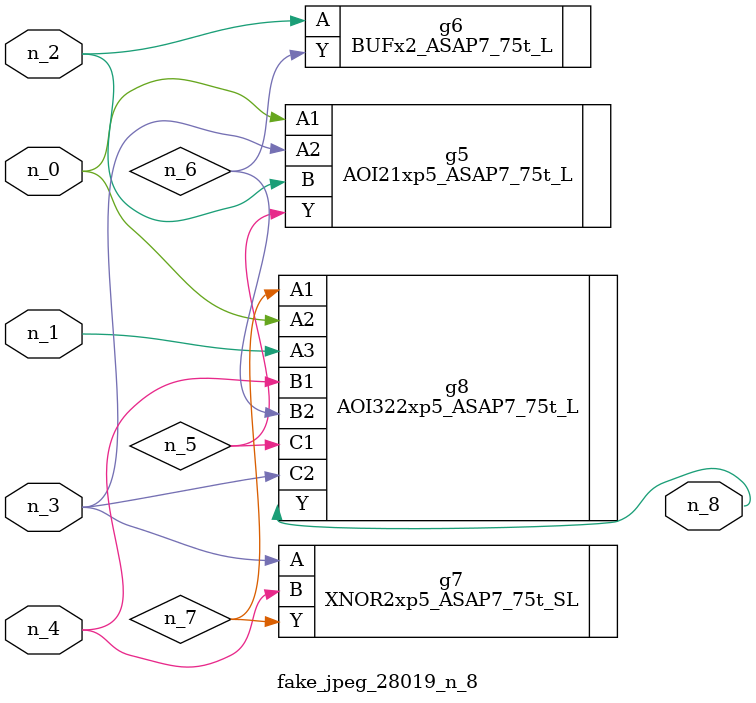
<source format=v>
module fake_jpeg_28019_n_8 (n_3, n_2, n_1, n_0, n_4, n_8);

input n_3;
input n_2;
input n_1;
input n_0;
input n_4;

output n_8;

wire n_6;
wire n_5;
wire n_7;

AOI21xp5_ASAP7_75t_L g5 ( 
.A1(n_0),
.A2(n_3),
.B(n_2),
.Y(n_5)
);

BUFx2_ASAP7_75t_L g6 ( 
.A(n_2),
.Y(n_6)
);

XNOR2xp5_ASAP7_75t_SL g7 ( 
.A(n_3),
.B(n_4),
.Y(n_7)
);

AOI322xp5_ASAP7_75t_L g8 ( 
.A1(n_7),
.A2(n_0),
.A3(n_1),
.B1(n_4),
.B2(n_6),
.C1(n_5),
.C2(n_3),
.Y(n_8)
);


endmodule
</source>
